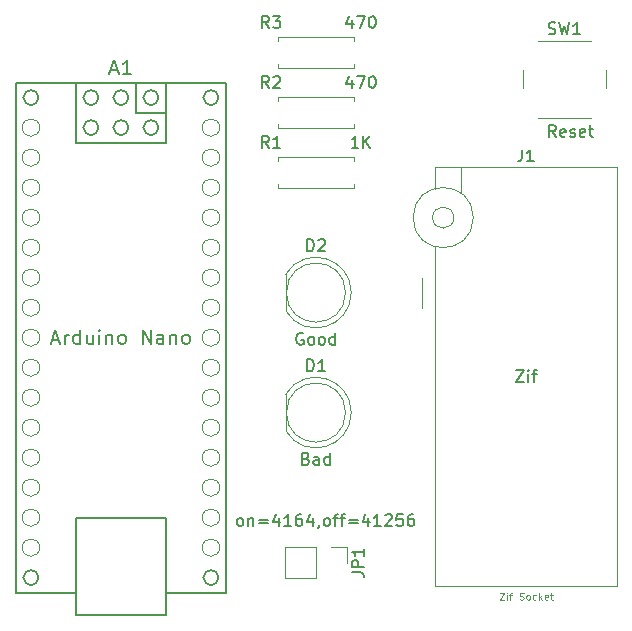
<source format=gto>
G04 #@! TF.GenerationSoftware,KiCad,Pcbnew,5.1.6-c6e7f7d~87~ubuntu18.04.1*
G04 #@! TF.CreationDate,2020-08-21T14:22:44-03:00*
G04 #@! TF.ProjectId,dram-tester,6472616d-2d74-4657-9374-65722e6b6963,rev?*
G04 #@! TF.SameCoordinates,Original*
G04 #@! TF.FileFunction,Legend,Top*
G04 #@! TF.FilePolarity,Positive*
%FSLAX46Y46*%
G04 Gerber Fmt 4.6, Leading zero omitted, Abs format (unit mm)*
G04 Created by KiCad (PCBNEW 5.1.6-c6e7f7d~87~ubuntu18.04.1) date 2020-08-21 14:22:44*
%MOMM*%
%LPD*%
G01*
G04 APERTURE LIST*
%ADD10C,0.120000*%
%ADD11C,0.150000*%
%ADD12C,0.100000*%
%ADD13C,0.090000*%
G04 APERTURE END LIST*
D10*
G04 #@! TO.C,JP1*
X156270000Y-81220000D02*
X156270000Y-82550000D01*
X154940000Y-81220000D02*
X156270000Y-81220000D01*
X153670000Y-81220000D02*
X153670000Y-83880000D01*
X153670000Y-83880000D02*
X151070000Y-83880000D01*
X153670000Y-81220000D02*
X151070000Y-81220000D01*
X151070000Y-81220000D02*
X151070000Y-83880000D01*
G04 #@! TO.C,D2*
X156660000Y-59689538D02*
G75*
G02*
X151110000Y-61234830I-2990000J-462D01*
G01*
X156660000Y-59690462D02*
G75*
G03*
X151110000Y-58145170I-2990000J462D01*
G01*
X151110000Y-58145000D02*
X151110000Y-61235000D01*
X156170000Y-59690000D02*
G75*
G03*
X156170000Y-59690000I-2500000J0D01*
G01*
G04 #@! TO.C,SW1*
X178200000Y-42370000D02*
X178200000Y-40870000D01*
X176950000Y-38370000D02*
X172450000Y-38370000D01*
X171200000Y-40870000D02*
X171200000Y-42370000D01*
X172450000Y-44870000D02*
X176950000Y-44870000D01*
G04 #@! TO.C,D1*
X156660000Y-69849538D02*
G75*
G02*
X151110000Y-71394830I-2990000J-462D01*
G01*
X156660000Y-69850462D02*
G75*
G03*
X151110000Y-68305170I-2990000J462D01*
G01*
X151110000Y-68305000D02*
X151110000Y-71395000D01*
X156170000Y-69850000D02*
G75*
G03*
X156170000Y-69850000I-2500000J0D01*
G01*
G04 #@! TO.C,R3*
X156880000Y-40680000D02*
X156880000Y-40350000D01*
X150460000Y-40680000D02*
X156880000Y-40680000D01*
X150460000Y-40350000D02*
X150460000Y-40680000D01*
X156880000Y-38060000D02*
X156880000Y-38390000D01*
X150460000Y-38060000D02*
X156880000Y-38060000D01*
X150460000Y-38390000D02*
X150460000Y-38060000D01*
G04 #@! TO.C,R2*
X156880000Y-45760000D02*
X156880000Y-45430000D01*
X150460000Y-45760000D02*
X156880000Y-45760000D01*
X150460000Y-45430000D02*
X150460000Y-45760000D01*
X156880000Y-43140000D02*
X156880000Y-43470000D01*
X150460000Y-43140000D02*
X156880000Y-43140000D01*
X150460000Y-43470000D02*
X150460000Y-43140000D01*
G04 #@! TO.C,R1*
X156880000Y-50840000D02*
X156880000Y-50510000D01*
X150460000Y-50840000D02*
X156880000Y-50840000D01*
X150460000Y-50510000D02*
X150460000Y-50840000D01*
X156880000Y-48220000D02*
X156880000Y-48550000D01*
X150460000Y-48220000D02*
X156880000Y-48220000D01*
X150460000Y-48550000D02*
X150460000Y-48220000D01*
G04 #@! TO.C,J1*
X166990000Y-53340000D02*
G75*
G03*
X166990000Y-53340000I-2550000J0D01*
G01*
X165340000Y-53340000D02*
G75*
G03*
X165340000Y-53340000I-900000J0D01*
G01*
X163750000Y-55790000D02*
X163750000Y-84530000D01*
X163750000Y-84530000D02*
X179150000Y-84530000D01*
X179150000Y-84530000D02*
X179150000Y-49030000D01*
X179150000Y-49030000D02*
X163750000Y-49030000D01*
X163750000Y-49030000D02*
X163750000Y-50890000D01*
X165990000Y-49030000D02*
X165990000Y-51290000D01*
X162690000Y-60960000D02*
X162690000Y-58420000D01*
D11*
G04 #@! TO.C,A1*
X133350000Y-85090000D02*
X128270000Y-85090000D01*
X146050000Y-85090000D02*
X140970000Y-85090000D01*
X140970000Y-86995000D02*
X133350000Y-86995000D01*
X133350000Y-86995000D02*
X133350000Y-78740000D01*
X133350000Y-78740000D02*
X140970000Y-78740000D01*
X140970000Y-78740000D02*
X140970000Y-86995000D01*
X137795000Y-43180000D02*
G75*
G03*
X137795000Y-43180000I-635000J0D01*
G01*
X135255000Y-43180000D02*
G75*
G03*
X135255000Y-43180000I-635000J0D01*
G01*
X135255000Y-45720000D02*
G75*
G03*
X135255000Y-45720000I-635000J0D01*
G01*
X137795000Y-45720000D02*
G75*
G03*
X137795000Y-45720000I-635000J0D01*
G01*
X140335000Y-45720000D02*
G75*
G03*
X140335000Y-45720000I-635000J0D01*
G01*
X140335000Y-43180000D02*
G75*
G03*
X140335000Y-43180000I-635000J0D01*
G01*
X130175000Y-83820000D02*
G75*
G03*
X130175000Y-83820000I-635000J0D01*
G01*
X145415000Y-83820000D02*
G75*
G03*
X145415000Y-83820000I-635000J0D01*
G01*
X130175000Y-43180000D02*
G75*
G03*
X130175000Y-43180000I-635000J0D01*
G01*
X145415000Y-43180000D02*
G75*
G03*
X145415000Y-43180000I-635000J0D01*
G01*
X140970000Y-44450000D02*
X138430000Y-44450000D01*
X138430000Y-44450000D02*
X138430000Y-41910000D01*
X140970000Y-46990000D02*
X140970000Y-41910000D01*
X133350000Y-41910000D02*
X133350000Y-46990000D01*
X133350000Y-46990000D02*
X140970000Y-46990000D01*
X146050000Y-41910000D02*
X128270000Y-41910000D01*
X128270000Y-41910000D02*
X128270000Y-85090000D01*
X146050000Y-85090000D02*
X146050000Y-41910000D01*
G04 #@! TD*
D12*
G04 #@! TO.C,A1*
X145517400Y-45720000D02*
G75*
G03*
X145517400Y-45720000I-737400J0D01*
G01*
X130277400Y-45720000D02*
G75*
G03*
X130277400Y-45720000I-737400J0D01*
G01*
X145517400Y-48260000D02*
G75*
G03*
X145517400Y-48260000I-737400J0D01*
G01*
X130277400Y-48260000D02*
G75*
G03*
X130277400Y-48260000I-737400J0D01*
G01*
X145517400Y-50800000D02*
G75*
G03*
X145517400Y-50800000I-737400J0D01*
G01*
X130277400Y-50800000D02*
G75*
G03*
X130277400Y-50800000I-737400J0D01*
G01*
X145517400Y-53340000D02*
G75*
G03*
X145517400Y-53340000I-737400J0D01*
G01*
X130277400Y-53340000D02*
G75*
G03*
X130277400Y-53340000I-737400J0D01*
G01*
X145517400Y-55880000D02*
G75*
G03*
X145517400Y-55880000I-737400J0D01*
G01*
X130277400Y-55880000D02*
G75*
G03*
X130277400Y-55880000I-737400J0D01*
G01*
X145517400Y-58420000D02*
G75*
G03*
X145517400Y-58420000I-737400J0D01*
G01*
X130277400Y-58420000D02*
G75*
G03*
X130277400Y-58420000I-737400J0D01*
G01*
X145517400Y-60960000D02*
G75*
G03*
X145517400Y-60960000I-737400J0D01*
G01*
X130277400Y-60960000D02*
G75*
G03*
X130277400Y-60960000I-737400J0D01*
G01*
X145517400Y-63500000D02*
G75*
G03*
X145517400Y-63500000I-737400J0D01*
G01*
X130277400Y-63500000D02*
G75*
G03*
X130277400Y-63500000I-737400J0D01*
G01*
X145517400Y-66040000D02*
G75*
G03*
X145517400Y-66040000I-737400J0D01*
G01*
X130277400Y-66040000D02*
G75*
G03*
X130277400Y-66040000I-737400J0D01*
G01*
X145517400Y-68580000D02*
G75*
G03*
X145517400Y-68580000I-737400J0D01*
G01*
X130277400Y-68580000D02*
G75*
G03*
X130277400Y-68580000I-737400J0D01*
G01*
X145517400Y-71120000D02*
G75*
G03*
X145517400Y-71120000I-737400J0D01*
G01*
X130277400Y-71120000D02*
G75*
G03*
X130277400Y-71120000I-737400J0D01*
G01*
X145517400Y-73660000D02*
G75*
G03*
X145517400Y-73660000I-737400J0D01*
G01*
X130277400Y-73660000D02*
G75*
G03*
X130277400Y-73660000I-737400J0D01*
G01*
X145517400Y-76200000D02*
G75*
G03*
X145517400Y-76200000I-737400J0D01*
G01*
X130277400Y-76200000D02*
G75*
G03*
X130277400Y-76200000I-737400J0D01*
G01*
X145517400Y-78740000D02*
G75*
G03*
X145517400Y-78740000I-737400J0D01*
G01*
X130277400Y-78740000D02*
G75*
G03*
X130277400Y-78740000I-737400J0D01*
G01*
X145517400Y-81280000D02*
G75*
G03*
X145517400Y-81280000I-737400J0D01*
G01*
X130277400Y-81280000D02*
G75*
G03*
X130277400Y-81280000I-737400J0D01*
G01*
G04 #@! TD*
G04 #@! TO.C,JP1*
D11*
X156722380Y-83383333D02*
X157436666Y-83383333D01*
X157579523Y-83430952D01*
X157674761Y-83526190D01*
X157722380Y-83669047D01*
X157722380Y-83764285D01*
X157722380Y-82907142D02*
X156722380Y-82907142D01*
X156722380Y-82526190D01*
X156770000Y-82430952D01*
X156817619Y-82383333D01*
X156912857Y-82335714D01*
X157055714Y-82335714D01*
X157150952Y-82383333D01*
X157198571Y-82430952D01*
X157246190Y-82526190D01*
X157246190Y-82907142D01*
X157722380Y-81383333D02*
X157722380Y-81954761D01*
X157722380Y-81669047D02*
X156722380Y-81669047D01*
X156865238Y-81764285D01*
X156960476Y-81859523D01*
X157008095Y-81954761D01*
X147190476Y-79452380D02*
X147095238Y-79404761D01*
X147047619Y-79357142D01*
X147000000Y-79261904D01*
X147000000Y-78976190D01*
X147047619Y-78880952D01*
X147095238Y-78833333D01*
X147190476Y-78785714D01*
X147333333Y-78785714D01*
X147428571Y-78833333D01*
X147476190Y-78880952D01*
X147523809Y-78976190D01*
X147523809Y-79261904D01*
X147476190Y-79357142D01*
X147428571Y-79404761D01*
X147333333Y-79452380D01*
X147190476Y-79452380D01*
X147952380Y-78785714D02*
X147952380Y-79452380D01*
X147952380Y-78880952D02*
X148000000Y-78833333D01*
X148095238Y-78785714D01*
X148238095Y-78785714D01*
X148333333Y-78833333D01*
X148380952Y-78928571D01*
X148380952Y-79452380D01*
X148857142Y-78928571D02*
X149619047Y-78928571D01*
X149619047Y-79214285D02*
X148857142Y-79214285D01*
X150523809Y-78785714D02*
X150523809Y-79452380D01*
X150285714Y-78404761D02*
X150047619Y-79119047D01*
X150666666Y-79119047D01*
X151571428Y-79452380D02*
X151000000Y-79452380D01*
X151285714Y-79452380D02*
X151285714Y-78452380D01*
X151190476Y-78595238D01*
X151095238Y-78690476D01*
X151000000Y-78738095D01*
X152428571Y-78452380D02*
X152238095Y-78452380D01*
X152142857Y-78500000D01*
X152095238Y-78547619D01*
X152000000Y-78690476D01*
X151952380Y-78880952D01*
X151952380Y-79261904D01*
X152000000Y-79357142D01*
X152047619Y-79404761D01*
X152142857Y-79452380D01*
X152333333Y-79452380D01*
X152428571Y-79404761D01*
X152476190Y-79357142D01*
X152523809Y-79261904D01*
X152523809Y-79023809D01*
X152476190Y-78928571D01*
X152428571Y-78880952D01*
X152333333Y-78833333D01*
X152142857Y-78833333D01*
X152047619Y-78880952D01*
X152000000Y-78928571D01*
X151952380Y-79023809D01*
X153380952Y-78785714D02*
X153380952Y-79452380D01*
X153142857Y-78404761D02*
X152904761Y-79119047D01*
X153523809Y-79119047D01*
X153952380Y-79404761D02*
X153952380Y-79452380D01*
X153904761Y-79547619D01*
X153857142Y-79595238D01*
X154523809Y-79452380D02*
X154428571Y-79404761D01*
X154380952Y-79357142D01*
X154333333Y-79261904D01*
X154333333Y-78976190D01*
X154380952Y-78880952D01*
X154428571Y-78833333D01*
X154523809Y-78785714D01*
X154666666Y-78785714D01*
X154761904Y-78833333D01*
X154809523Y-78880952D01*
X154857142Y-78976190D01*
X154857142Y-79261904D01*
X154809523Y-79357142D01*
X154761904Y-79404761D01*
X154666666Y-79452380D01*
X154523809Y-79452380D01*
X155142857Y-78785714D02*
X155523809Y-78785714D01*
X155285714Y-79452380D02*
X155285714Y-78595238D01*
X155333333Y-78500000D01*
X155428571Y-78452380D01*
X155523809Y-78452380D01*
X155714285Y-78785714D02*
X156095238Y-78785714D01*
X155857142Y-79452380D02*
X155857142Y-78595238D01*
X155904761Y-78500000D01*
X156000000Y-78452380D01*
X156095238Y-78452380D01*
X156428571Y-78928571D02*
X157190476Y-78928571D01*
X157190476Y-79214285D02*
X156428571Y-79214285D01*
X158095238Y-78785714D02*
X158095238Y-79452380D01*
X157857142Y-78404761D02*
X157619047Y-79119047D01*
X158238095Y-79119047D01*
X159142857Y-79452380D02*
X158571428Y-79452380D01*
X158857142Y-79452380D02*
X158857142Y-78452380D01*
X158761904Y-78595238D01*
X158666666Y-78690476D01*
X158571428Y-78738095D01*
X159523809Y-78547619D02*
X159571428Y-78500000D01*
X159666666Y-78452380D01*
X159904761Y-78452380D01*
X160000000Y-78500000D01*
X160047619Y-78547619D01*
X160095238Y-78642857D01*
X160095238Y-78738095D01*
X160047619Y-78880952D01*
X159476190Y-79452380D01*
X160095238Y-79452380D01*
X161000000Y-78452380D02*
X160523809Y-78452380D01*
X160476190Y-78928571D01*
X160523809Y-78880952D01*
X160619047Y-78833333D01*
X160857142Y-78833333D01*
X160952380Y-78880952D01*
X161000000Y-78928571D01*
X161047619Y-79023809D01*
X161047619Y-79261904D01*
X161000000Y-79357142D01*
X160952380Y-79404761D01*
X160857142Y-79452380D01*
X160619047Y-79452380D01*
X160523809Y-79404761D01*
X160476190Y-79357142D01*
X161904761Y-78452380D02*
X161714285Y-78452380D01*
X161619047Y-78500000D01*
X161571428Y-78547619D01*
X161476190Y-78690476D01*
X161428571Y-78880952D01*
X161428571Y-79261904D01*
X161476190Y-79357142D01*
X161523809Y-79404761D01*
X161619047Y-79452380D01*
X161809523Y-79452380D01*
X161904761Y-79404761D01*
X161952380Y-79357142D01*
X162000000Y-79261904D01*
X162000000Y-79023809D01*
X161952380Y-78928571D01*
X161904761Y-78880952D01*
X161809523Y-78833333D01*
X161619047Y-78833333D01*
X161523809Y-78880952D01*
X161476190Y-78928571D01*
X161428571Y-79023809D01*
G04 #@! TO.C,D2*
X152931904Y-56182380D02*
X152931904Y-55182380D01*
X153170000Y-55182380D01*
X153312857Y-55230000D01*
X153408095Y-55325238D01*
X153455714Y-55420476D01*
X153503333Y-55610952D01*
X153503333Y-55753809D01*
X153455714Y-55944285D01*
X153408095Y-56039523D01*
X153312857Y-56134761D01*
X153170000Y-56182380D01*
X152931904Y-56182380D01*
X153884285Y-55277619D02*
X153931904Y-55230000D01*
X154027142Y-55182380D01*
X154265238Y-55182380D01*
X154360476Y-55230000D01*
X154408095Y-55277619D01*
X154455714Y-55372857D01*
X154455714Y-55468095D01*
X154408095Y-55610952D01*
X153836666Y-56182380D01*
X154455714Y-56182380D01*
X152574761Y-63150000D02*
X152479523Y-63102380D01*
X152336666Y-63102380D01*
X152193809Y-63150000D01*
X152098571Y-63245238D01*
X152050952Y-63340476D01*
X152003333Y-63530952D01*
X152003333Y-63673809D01*
X152050952Y-63864285D01*
X152098571Y-63959523D01*
X152193809Y-64054761D01*
X152336666Y-64102380D01*
X152431904Y-64102380D01*
X152574761Y-64054761D01*
X152622380Y-64007142D01*
X152622380Y-63673809D01*
X152431904Y-63673809D01*
X153193809Y-64102380D02*
X153098571Y-64054761D01*
X153050952Y-64007142D01*
X153003333Y-63911904D01*
X153003333Y-63626190D01*
X153050952Y-63530952D01*
X153098571Y-63483333D01*
X153193809Y-63435714D01*
X153336666Y-63435714D01*
X153431904Y-63483333D01*
X153479523Y-63530952D01*
X153527142Y-63626190D01*
X153527142Y-63911904D01*
X153479523Y-64007142D01*
X153431904Y-64054761D01*
X153336666Y-64102380D01*
X153193809Y-64102380D01*
X154098571Y-64102380D02*
X154003333Y-64054761D01*
X153955714Y-64007142D01*
X153908095Y-63911904D01*
X153908095Y-63626190D01*
X153955714Y-63530952D01*
X154003333Y-63483333D01*
X154098571Y-63435714D01*
X154241428Y-63435714D01*
X154336666Y-63483333D01*
X154384285Y-63530952D01*
X154431904Y-63626190D01*
X154431904Y-63911904D01*
X154384285Y-64007142D01*
X154336666Y-64054761D01*
X154241428Y-64102380D01*
X154098571Y-64102380D01*
X155289047Y-64102380D02*
X155289047Y-63102380D01*
X155289047Y-64054761D02*
X155193809Y-64102380D01*
X155003333Y-64102380D01*
X154908095Y-64054761D01*
X154860476Y-64007142D01*
X154812857Y-63911904D01*
X154812857Y-63626190D01*
X154860476Y-63530952D01*
X154908095Y-63483333D01*
X155003333Y-63435714D01*
X155193809Y-63435714D01*
X155289047Y-63483333D01*
G04 #@! TO.C,SW1*
X173366666Y-37774761D02*
X173509523Y-37822380D01*
X173747619Y-37822380D01*
X173842857Y-37774761D01*
X173890476Y-37727142D01*
X173938095Y-37631904D01*
X173938095Y-37536666D01*
X173890476Y-37441428D01*
X173842857Y-37393809D01*
X173747619Y-37346190D01*
X173557142Y-37298571D01*
X173461904Y-37250952D01*
X173414285Y-37203333D01*
X173366666Y-37108095D01*
X173366666Y-37012857D01*
X173414285Y-36917619D01*
X173461904Y-36870000D01*
X173557142Y-36822380D01*
X173795238Y-36822380D01*
X173938095Y-36870000D01*
X174271428Y-36822380D02*
X174509523Y-37822380D01*
X174700000Y-37108095D01*
X174890476Y-37822380D01*
X175128571Y-36822380D01*
X176033333Y-37822380D02*
X175461904Y-37822380D01*
X175747619Y-37822380D02*
X175747619Y-36822380D01*
X175652380Y-36965238D01*
X175557142Y-37060476D01*
X175461904Y-37108095D01*
X173961904Y-46522380D02*
X173628571Y-46046190D01*
X173390476Y-46522380D02*
X173390476Y-45522380D01*
X173771428Y-45522380D01*
X173866666Y-45570000D01*
X173914285Y-45617619D01*
X173961904Y-45712857D01*
X173961904Y-45855714D01*
X173914285Y-45950952D01*
X173866666Y-45998571D01*
X173771428Y-46046190D01*
X173390476Y-46046190D01*
X174771428Y-46474761D02*
X174676190Y-46522380D01*
X174485714Y-46522380D01*
X174390476Y-46474761D01*
X174342857Y-46379523D01*
X174342857Y-45998571D01*
X174390476Y-45903333D01*
X174485714Y-45855714D01*
X174676190Y-45855714D01*
X174771428Y-45903333D01*
X174819047Y-45998571D01*
X174819047Y-46093809D01*
X174342857Y-46189047D01*
X175200000Y-46474761D02*
X175295238Y-46522380D01*
X175485714Y-46522380D01*
X175580952Y-46474761D01*
X175628571Y-46379523D01*
X175628571Y-46331904D01*
X175580952Y-46236666D01*
X175485714Y-46189047D01*
X175342857Y-46189047D01*
X175247619Y-46141428D01*
X175200000Y-46046190D01*
X175200000Y-45998571D01*
X175247619Y-45903333D01*
X175342857Y-45855714D01*
X175485714Y-45855714D01*
X175580952Y-45903333D01*
X176438095Y-46474761D02*
X176342857Y-46522380D01*
X176152380Y-46522380D01*
X176057142Y-46474761D01*
X176009523Y-46379523D01*
X176009523Y-45998571D01*
X176057142Y-45903333D01*
X176152380Y-45855714D01*
X176342857Y-45855714D01*
X176438095Y-45903333D01*
X176485714Y-45998571D01*
X176485714Y-46093809D01*
X176009523Y-46189047D01*
X176771428Y-45855714D02*
X177152380Y-45855714D01*
X176914285Y-45522380D02*
X176914285Y-46379523D01*
X176961904Y-46474761D01*
X177057142Y-46522380D01*
X177152380Y-46522380D01*
G04 #@! TO.C,D1*
X152931904Y-66342380D02*
X152931904Y-65342380D01*
X153170000Y-65342380D01*
X153312857Y-65390000D01*
X153408095Y-65485238D01*
X153455714Y-65580476D01*
X153503333Y-65770952D01*
X153503333Y-65913809D01*
X153455714Y-66104285D01*
X153408095Y-66199523D01*
X153312857Y-66294761D01*
X153170000Y-66342380D01*
X152931904Y-66342380D01*
X154455714Y-66342380D02*
X153884285Y-66342380D01*
X154170000Y-66342380D02*
X154170000Y-65342380D01*
X154074761Y-65485238D01*
X153979523Y-65580476D01*
X153884285Y-65628095D01*
X152836666Y-73738571D02*
X152979523Y-73786190D01*
X153027142Y-73833809D01*
X153074761Y-73929047D01*
X153074761Y-74071904D01*
X153027142Y-74167142D01*
X152979523Y-74214761D01*
X152884285Y-74262380D01*
X152503333Y-74262380D01*
X152503333Y-73262380D01*
X152836666Y-73262380D01*
X152931904Y-73310000D01*
X152979523Y-73357619D01*
X153027142Y-73452857D01*
X153027142Y-73548095D01*
X152979523Y-73643333D01*
X152931904Y-73690952D01*
X152836666Y-73738571D01*
X152503333Y-73738571D01*
X153931904Y-74262380D02*
X153931904Y-73738571D01*
X153884285Y-73643333D01*
X153789047Y-73595714D01*
X153598571Y-73595714D01*
X153503333Y-73643333D01*
X153931904Y-74214761D02*
X153836666Y-74262380D01*
X153598571Y-74262380D01*
X153503333Y-74214761D01*
X153455714Y-74119523D01*
X153455714Y-74024285D01*
X153503333Y-73929047D01*
X153598571Y-73881428D01*
X153836666Y-73881428D01*
X153931904Y-73833809D01*
X154836666Y-74262380D02*
X154836666Y-73262380D01*
X154836666Y-74214761D02*
X154741428Y-74262380D01*
X154550952Y-74262380D01*
X154455714Y-74214761D01*
X154408095Y-74167142D01*
X154360476Y-74071904D01*
X154360476Y-73786190D01*
X154408095Y-73690952D01*
X154455714Y-73643333D01*
X154550952Y-73595714D01*
X154741428Y-73595714D01*
X154836666Y-73643333D01*
G04 #@! TO.C,R3*
X149693333Y-37282380D02*
X149360000Y-36806190D01*
X149121904Y-37282380D02*
X149121904Y-36282380D01*
X149502857Y-36282380D01*
X149598095Y-36330000D01*
X149645714Y-36377619D01*
X149693333Y-36472857D01*
X149693333Y-36615714D01*
X149645714Y-36710952D01*
X149598095Y-36758571D01*
X149502857Y-36806190D01*
X149121904Y-36806190D01*
X150026666Y-36282380D02*
X150645714Y-36282380D01*
X150312380Y-36663333D01*
X150455238Y-36663333D01*
X150550476Y-36710952D01*
X150598095Y-36758571D01*
X150645714Y-36853809D01*
X150645714Y-37091904D01*
X150598095Y-37187142D01*
X150550476Y-37234761D01*
X150455238Y-37282380D01*
X150169523Y-37282380D01*
X150074285Y-37234761D01*
X150026666Y-37187142D01*
X156718095Y-36615714D02*
X156718095Y-37282380D01*
X156480000Y-36234761D02*
X156241904Y-36949047D01*
X156860952Y-36949047D01*
X157146666Y-36282380D02*
X157813333Y-36282380D01*
X157384761Y-37282380D01*
X158384761Y-36282380D02*
X158480000Y-36282380D01*
X158575238Y-36330000D01*
X158622857Y-36377619D01*
X158670476Y-36472857D01*
X158718095Y-36663333D01*
X158718095Y-36901428D01*
X158670476Y-37091904D01*
X158622857Y-37187142D01*
X158575238Y-37234761D01*
X158480000Y-37282380D01*
X158384761Y-37282380D01*
X158289523Y-37234761D01*
X158241904Y-37187142D01*
X158194285Y-37091904D01*
X158146666Y-36901428D01*
X158146666Y-36663333D01*
X158194285Y-36472857D01*
X158241904Y-36377619D01*
X158289523Y-36330000D01*
X158384761Y-36282380D01*
G04 #@! TO.C,R2*
X149693333Y-42362380D02*
X149360000Y-41886190D01*
X149121904Y-42362380D02*
X149121904Y-41362380D01*
X149502857Y-41362380D01*
X149598095Y-41410000D01*
X149645714Y-41457619D01*
X149693333Y-41552857D01*
X149693333Y-41695714D01*
X149645714Y-41790952D01*
X149598095Y-41838571D01*
X149502857Y-41886190D01*
X149121904Y-41886190D01*
X150074285Y-41457619D02*
X150121904Y-41410000D01*
X150217142Y-41362380D01*
X150455238Y-41362380D01*
X150550476Y-41410000D01*
X150598095Y-41457619D01*
X150645714Y-41552857D01*
X150645714Y-41648095D01*
X150598095Y-41790952D01*
X150026666Y-42362380D01*
X150645714Y-42362380D01*
X156718095Y-41695714D02*
X156718095Y-42362380D01*
X156480000Y-41314761D02*
X156241904Y-42029047D01*
X156860952Y-42029047D01*
X157146666Y-41362380D02*
X157813333Y-41362380D01*
X157384761Y-42362380D01*
X158384761Y-41362380D02*
X158480000Y-41362380D01*
X158575238Y-41410000D01*
X158622857Y-41457619D01*
X158670476Y-41552857D01*
X158718095Y-41743333D01*
X158718095Y-41981428D01*
X158670476Y-42171904D01*
X158622857Y-42267142D01*
X158575238Y-42314761D01*
X158480000Y-42362380D01*
X158384761Y-42362380D01*
X158289523Y-42314761D01*
X158241904Y-42267142D01*
X158194285Y-42171904D01*
X158146666Y-41981428D01*
X158146666Y-41743333D01*
X158194285Y-41552857D01*
X158241904Y-41457619D01*
X158289523Y-41410000D01*
X158384761Y-41362380D01*
G04 #@! TO.C,R1*
X149693333Y-47442380D02*
X149360000Y-46966190D01*
X149121904Y-47442380D02*
X149121904Y-46442380D01*
X149502857Y-46442380D01*
X149598095Y-46490000D01*
X149645714Y-46537619D01*
X149693333Y-46632857D01*
X149693333Y-46775714D01*
X149645714Y-46870952D01*
X149598095Y-46918571D01*
X149502857Y-46966190D01*
X149121904Y-46966190D01*
X150645714Y-47442380D02*
X150074285Y-47442380D01*
X150360000Y-47442380D02*
X150360000Y-46442380D01*
X150264761Y-46585238D01*
X150169523Y-46680476D01*
X150074285Y-46728095D01*
X157265714Y-47442380D02*
X156694285Y-47442380D01*
X156980000Y-47442380D02*
X156980000Y-46442380D01*
X156884761Y-46585238D01*
X156789523Y-46680476D01*
X156694285Y-46728095D01*
X157694285Y-47442380D02*
X157694285Y-46442380D01*
X158265714Y-47442380D02*
X157837142Y-46870952D01*
X158265714Y-46442380D02*
X157694285Y-47013809D01*
G04 #@! TO.C,J1*
X171116666Y-47582380D02*
X171116666Y-48296666D01*
X171069047Y-48439523D01*
X170973809Y-48534761D01*
X170830952Y-48582380D01*
X170735714Y-48582380D01*
X172116666Y-48582380D02*
X171545238Y-48582380D01*
X171830952Y-48582380D02*
X171830952Y-47582380D01*
X171735714Y-47725238D01*
X171640476Y-47820476D01*
X171545238Y-47868095D01*
D13*
X169221428Y-85101428D02*
X169621428Y-85101428D01*
X169221428Y-85701428D01*
X169621428Y-85701428D01*
X169850000Y-85701428D02*
X169850000Y-85301428D01*
X169850000Y-85101428D02*
X169821428Y-85130000D01*
X169850000Y-85158571D01*
X169878571Y-85130000D01*
X169850000Y-85101428D01*
X169850000Y-85158571D01*
X170050000Y-85301428D02*
X170278571Y-85301428D01*
X170135714Y-85701428D02*
X170135714Y-85187142D01*
X170164285Y-85130000D01*
X170221428Y-85101428D01*
X170278571Y-85101428D01*
X170907142Y-85672857D02*
X170992857Y-85701428D01*
X171135714Y-85701428D01*
X171192857Y-85672857D01*
X171221428Y-85644285D01*
X171250000Y-85587142D01*
X171250000Y-85530000D01*
X171221428Y-85472857D01*
X171192857Y-85444285D01*
X171135714Y-85415714D01*
X171021428Y-85387142D01*
X170964285Y-85358571D01*
X170935714Y-85330000D01*
X170907142Y-85272857D01*
X170907142Y-85215714D01*
X170935714Y-85158571D01*
X170964285Y-85130000D01*
X171021428Y-85101428D01*
X171164285Y-85101428D01*
X171250000Y-85130000D01*
X171592857Y-85701428D02*
X171535714Y-85672857D01*
X171507142Y-85644285D01*
X171478571Y-85587142D01*
X171478571Y-85415714D01*
X171507142Y-85358571D01*
X171535714Y-85330000D01*
X171592857Y-85301428D01*
X171678571Y-85301428D01*
X171735714Y-85330000D01*
X171764285Y-85358571D01*
X171792857Y-85415714D01*
X171792857Y-85587142D01*
X171764285Y-85644285D01*
X171735714Y-85672857D01*
X171678571Y-85701428D01*
X171592857Y-85701428D01*
X172307142Y-85672857D02*
X172250000Y-85701428D01*
X172135714Y-85701428D01*
X172078571Y-85672857D01*
X172050000Y-85644285D01*
X172021428Y-85587142D01*
X172021428Y-85415714D01*
X172050000Y-85358571D01*
X172078571Y-85330000D01*
X172135714Y-85301428D01*
X172250000Y-85301428D01*
X172307142Y-85330000D01*
X172564285Y-85701428D02*
X172564285Y-85101428D01*
X172621428Y-85472857D02*
X172792857Y-85701428D01*
X172792857Y-85301428D02*
X172564285Y-85530000D01*
X173278571Y-85672857D02*
X173221428Y-85701428D01*
X173107142Y-85701428D01*
X173050000Y-85672857D01*
X173021428Y-85615714D01*
X173021428Y-85387142D01*
X173050000Y-85330000D01*
X173107142Y-85301428D01*
X173221428Y-85301428D01*
X173278571Y-85330000D01*
X173307142Y-85387142D01*
X173307142Y-85444285D01*
X173021428Y-85501428D01*
X173478571Y-85301428D02*
X173707142Y-85301428D01*
X173564285Y-85101428D02*
X173564285Y-85615714D01*
X173592857Y-85672857D01*
X173650000Y-85701428D01*
X173707142Y-85701428D01*
D11*
X170592857Y-66232380D02*
X171259523Y-66232380D01*
X170592857Y-67232380D01*
X171259523Y-67232380D01*
X171640476Y-67232380D02*
X171640476Y-66565714D01*
X171640476Y-66232380D02*
X171592857Y-66280000D01*
X171640476Y-66327619D01*
X171688095Y-66280000D01*
X171640476Y-66232380D01*
X171640476Y-66327619D01*
X171973809Y-66565714D02*
X172354761Y-66565714D01*
X172116666Y-67232380D02*
X172116666Y-66375238D01*
X172164285Y-66280000D01*
X172259523Y-66232380D01*
X172354761Y-66232380D01*
G04 #@! TO.C,A1*
X136302857Y-40840000D02*
X136874285Y-40840000D01*
X136188571Y-41182857D02*
X136588571Y-39982857D01*
X136988571Y-41182857D01*
X138017142Y-41182857D02*
X137331428Y-41182857D01*
X137674285Y-41182857D02*
X137674285Y-39982857D01*
X137560000Y-40154285D01*
X137445714Y-40268571D01*
X137331428Y-40325714D01*
X131331428Y-63700000D02*
X131902857Y-63700000D01*
X131217142Y-64042857D02*
X131617142Y-62842857D01*
X132017142Y-64042857D01*
X132417142Y-64042857D02*
X132417142Y-63242857D01*
X132417142Y-63471428D02*
X132474285Y-63357142D01*
X132531428Y-63300000D01*
X132645714Y-63242857D01*
X132760000Y-63242857D01*
X133674285Y-64042857D02*
X133674285Y-62842857D01*
X133674285Y-63985714D02*
X133560000Y-64042857D01*
X133331428Y-64042857D01*
X133217142Y-63985714D01*
X133160000Y-63928571D01*
X133102857Y-63814285D01*
X133102857Y-63471428D01*
X133160000Y-63357142D01*
X133217142Y-63300000D01*
X133331428Y-63242857D01*
X133560000Y-63242857D01*
X133674285Y-63300000D01*
X134760000Y-63242857D02*
X134760000Y-64042857D01*
X134245714Y-63242857D02*
X134245714Y-63871428D01*
X134302857Y-63985714D01*
X134417142Y-64042857D01*
X134588571Y-64042857D01*
X134702857Y-63985714D01*
X134760000Y-63928571D01*
X135331428Y-64042857D02*
X135331428Y-63242857D01*
X135331428Y-62842857D02*
X135274285Y-62900000D01*
X135331428Y-62957142D01*
X135388571Y-62900000D01*
X135331428Y-62842857D01*
X135331428Y-62957142D01*
X135902857Y-63242857D02*
X135902857Y-64042857D01*
X135902857Y-63357142D02*
X135960000Y-63300000D01*
X136074285Y-63242857D01*
X136245714Y-63242857D01*
X136360000Y-63300000D01*
X136417142Y-63414285D01*
X136417142Y-64042857D01*
X137160000Y-64042857D02*
X137045714Y-63985714D01*
X136988571Y-63928571D01*
X136931428Y-63814285D01*
X136931428Y-63471428D01*
X136988571Y-63357142D01*
X137045714Y-63300000D01*
X137160000Y-63242857D01*
X137331428Y-63242857D01*
X137445714Y-63300000D01*
X137502857Y-63357142D01*
X137560000Y-63471428D01*
X137560000Y-63814285D01*
X137502857Y-63928571D01*
X137445714Y-63985714D01*
X137331428Y-64042857D01*
X137160000Y-64042857D01*
X138988571Y-64042857D02*
X138988571Y-62842857D01*
X139674285Y-64042857D01*
X139674285Y-62842857D01*
X140760000Y-64042857D02*
X140760000Y-63414285D01*
X140702857Y-63300000D01*
X140588571Y-63242857D01*
X140360000Y-63242857D01*
X140245714Y-63300000D01*
X140760000Y-63985714D02*
X140645714Y-64042857D01*
X140360000Y-64042857D01*
X140245714Y-63985714D01*
X140188571Y-63871428D01*
X140188571Y-63757142D01*
X140245714Y-63642857D01*
X140360000Y-63585714D01*
X140645714Y-63585714D01*
X140760000Y-63528571D01*
X141331428Y-63242857D02*
X141331428Y-64042857D01*
X141331428Y-63357142D02*
X141388571Y-63300000D01*
X141502857Y-63242857D01*
X141674285Y-63242857D01*
X141788571Y-63300000D01*
X141845714Y-63414285D01*
X141845714Y-64042857D01*
X142588571Y-64042857D02*
X142474285Y-63985714D01*
X142417142Y-63928571D01*
X142360000Y-63814285D01*
X142360000Y-63471428D01*
X142417142Y-63357142D01*
X142474285Y-63300000D01*
X142588571Y-63242857D01*
X142760000Y-63242857D01*
X142874285Y-63300000D01*
X142931428Y-63357142D01*
X142988571Y-63471428D01*
X142988571Y-63814285D01*
X142931428Y-63928571D01*
X142874285Y-63985714D01*
X142760000Y-64042857D01*
X142588571Y-64042857D01*
G04 #@! TD*
M02*

</source>
